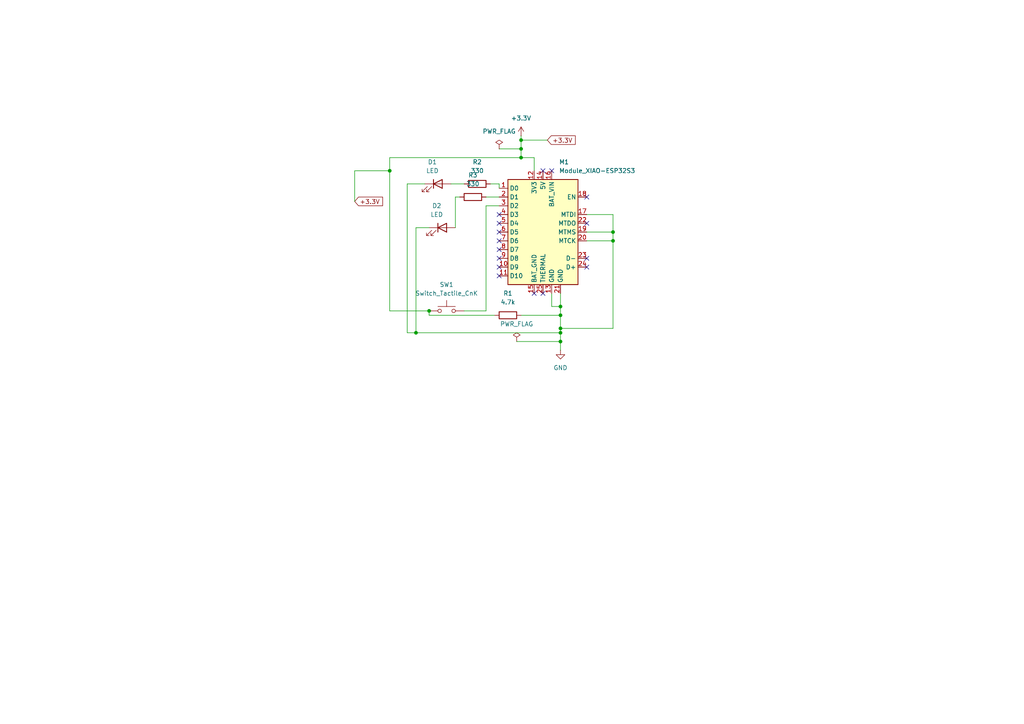
<source format=kicad_sch>
(kicad_sch (version 20250114) (generator "eeschema") (generator_version "9.0")
  (paper "A4")
  (lib_symbols
    (symbol "Device:LED" (pin_numbers (hide yes)) (pin_names (offset 1.016) (hide yes))
      (property "Reference" "D" (at 0 2.54 0))
      (property "Value" "LED" (at 0 -2.54 0))
      (symbol "LED_0_1"
        (polyline (pts (xy -3.048 -0.762) (xy -4.572 -2.286) (xy -3.81 -2.286) (xy -4.572 -2.286) (xy -4.572 -1.524)))
        (polyline (pts (xy -1.778 -0.762) (xy -3.302 -2.286) (xy -2.54 -2.286) (xy -3.302 -2.286) (xy -3.302 -1.524)))
        (polyline (pts (xy -1.27 0) (xy 1.27 0)))
        (polyline (pts (xy -1.27 -1.27) (xy -1.27 1.27)) (stroke (width 0.254)))
        (polyline (pts (xy 1.27 -1.27) (xy 1.27 1.27) (xy -1.27 0) (xy 1.27 -1.27)) (stroke (width 0.254)))
      )
      (symbol "LED_1_1"
        (pin passive line (at -3.81 0 0) (length 2.54) (name "K") (number "1"))
        (pin passive line (at 3.81 0 180) (length 2.54) (name "A") (number "2"))
      )
    )
    (symbol "Device:R" (pin_numbers (hide yes)) (pin_names (offset 0))
      (property "Reference" "R" (at 2.032 0 90))
      (property "Value" "R" (at 0 0 90))
      (symbol "R_0_1"
        (rectangle (start -1.016 -2.54) (end 1.016 2.54) (stroke (width 0.254)))
      )
      (symbol "R_1_1"
        (pin passive line (at 0 3.81 270) (length 1.27) (name "~") (number "1"))
        (pin passive line (at 0 -3.81 90) (length 1.27) (name "~") (number "2"))
      )
    )
    (symbol "fab:Module_XIAO-ESP32S3"
      (property "Reference" "M" (at -10.16 16.51 0))
      (property "Value" "Module_XIAO-ESP32S3" (at 3.81 16.51 0))
      (symbol "Module_XIAO-ESP32S3_1_1"
        (rectangle (start -10.16 15.24) (end 10.16 -15.24) (stroke (width 0.254)) (fill (type background)))
        (pin bidirectional line (at -12.7 12.7 0) (length 2.54) (name "D0") (number "1"))
        (pin bidirectional line (at -12.7 10.16 0) (length 2.54) (name "D1") (number "2"))
        (pin bidirectional line (at -12.7 7.62 0) (length 2.54) (name "D2") (number "3"))
        (pin bidirectional line (at -12.7 5.08 0) (length 2.54) (name "D3") (number "4"))
        (pin bidirectional line (at -12.7 2.54 0) (length 2.54) (name "D4") (number "5"))
        (pin bidirectional line (at -12.7 0 0) (length 2.54) (name "D5") (number "6"))
        (pin bidirectional line (at -12.7 -2.54 0) (length 2.54) (name "D6") (number "7"))
        (pin bidirectional line (at -12.7 -5.08 0) (length 2.54) (name "D7") (number "8"))
        (pin bidirectional line (at -12.7 -7.62 0) (length 2.54) (name "D8") (number "9"))
        (pin bidirectional line (at -12.7 -10.16 0) (length 2.54) (name "D9") (number "10"))
        (pin bidirectional line (at -12.7 -12.7 0) (length 2.54) (name "D10") (number "11"))
        (pin power_in line (at -2.54 17.78 270) (length 2.54) (name "3V3") (number "12"))
        (pin power_in line (at -2.54 -17.78 90) (length 2.54) (name "BAT_GND") (number "15"))
        (pin power_in line (at 0 17.78 270) (length 2.54) (name "5V") (number "14"))
        (pin power_in line (at 0 -17.78 90) (length 2.54) (name "THERMAL") (number "25"))
        (pin power_in line (at 2.54 17.78 270) (length 2.54) (name "BAT_VIN") (number "16"))
        (pin power_in line (at 2.54 -17.78 90) (length 2.54) (name "GND") (number "13"))
        (pin power_in line (at 5.08 -17.78 90) (length 2.54) (name "GND") (number "21"))
        (pin input line (at 12.7 10.16 180) (length 2.54) (name "EN") (number "18"))
        (pin input line (at 12.7 5.08 180) (length 2.54) (name "MTDI") (number "17"))
        (pin output line (at 12.7 2.54 180) (length 2.54) (name "MTDO") (number "22"))
        (pin input line (at 12.7 0 180) (length 2.54) (name "MTMS") (number "19"))
        (pin input line (at 12.7 -2.54 180) (length 2.54) (name "MTCK") (number "20"))
        (pin bidirectional line (at 12.7 -7.62 180) (length 2.54) (name "D-") (number "23"))
        (pin bidirectional line (at 12.7 -10.16 180) (length 2.54) (name "D+") (number "24"))
      )
    )
    (symbol "fab:PWR_FLAG" (power) (pin_numbers (hide yes)) (pin_names (offset 0) (hide yes))
      (property "Value" "PWR_FLAG" (at 0 3.81 0))
      (symbol "PWR_FLAG_0_1"
        (polyline (pts (xy 0 0) (xy 0 1.27) (xy -1.016 1.905) (xy 0 2.54) (xy 1.016 1.905) (xy 0 1.27)))
      )
      (symbol "PWR_FLAG_1_0"
        (pin power_out line (at 0 0 90) (length 0) (name "PWR_FLAG") (number "1"))
      )
    )
    (symbol "fab:Switch_Tactile_CnK" (pin_numbers (hide yes)) (pin_names (offset 1.016) (hide yes))
      (property "Reference" "SW" (at 1.27 3.81 0))
      (property "Value" "Switch_Tactile_CnK" (at 0 0 0))
      (symbol "Switch_Tactile_CnK_0_1"
        (circle (center -2.032 0) (radius 0.508))
        (polyline (pts (xy 0 1.27) (xy 0 3.048)))
        (circle (center 2.032 0) (radius 0.508))
        (polyline (pts (xy 2.54 1.27) (xy -2.54 1.27)))
        (pin passive line (at -5.08 0 0) (length 2.54) (name "1") (number "1"))
        (pin passive line (at 5.08 0 180) (length 2.54) (name "2") (number "2"))
      )
    )
    (symbol "power:+3.3V" (power) (pin_numbers (hide yes)) (pin_names (offset 0) (hide yes))
      (property "Value" "+3.3V" (at 0 3.556 0))
      (symbol "+3.3V_0_1"
        (polyline (pts (xy -0.762 1.27) (xy 0 2.54)))
        (polyline (pts (xy 0 2.54) (xy 0.762 1.27)))
        (polyline (pts (xy 0 0) (xy 0 2.54)))
      )
      (symbol "+3.3V_1_1"
        (pin power_in line (at 0 0 90) (length 0) (name "~") (number "1"))
      )
    )
    (symbol "power:GND" (power) (pin_numbers (hide yes)) (pin_names (offset 0) (hide yes))
      (property "Value" "GND" (at 0 -3.81 0))
      (symbol "GND_0_1"
        (polyline (pts (xy 0 0) (xy 0 -1.27) (xy 1.27 -1.27) (xy 0 -2.54) (xy -1.27 -1.27) (xy 0 -1.27)))
      )
      (symbol "GND_1_1"
        (pin power_in line (at 0 0 270) (length 0) (name "~") (number "1"))
      )
    )
  )
  (junction (at 151.13 45.72))
  (junction (at 162.56 99.06))
  (junction (at 162.56 91.44))
  (junction (at 120.65 96.52))
  (junction (at 151.13 40.64))
  (junction (at 162.56 95.25))
  (junction (at 162.56 96.52))
  (junction (at 124.46 90.17))
  (junction (at 113.03 49.53))
  (junction (at 177.8 67.31))
  (junction (at 151.13 43.18))
  (junction (at 177.8 69.85))
  (junction (at 162.56 88.9))
  (no_connect (at 144.78 67.31))
  (no_connect (at 144.78 74.93))
  (no_connect (at 170.18 74.93))
  (no_connect (at 144.78 77.47))
  (no_connect (at 144.78 80.01))
  (no_connect (at 170.18 64.77))
  (no_connect (at 170.18 57.15))
  (no_connect (at 157.48 49.53))
  (no_connect (at 154.94 85.09))
  (no_connect (at 144.78 62.23))
  (no_connect (at 170.18 77.47))
  (no_connect (at 157.48 85.09))
  (no_connect (at 144.78 64.77))
  (no_connect (at 144.78 69.85))
  (no_connect (at 144.78 72.39))
  (no_connect (at 160.02 49.53))
  (wire (pts (xy 160.02 85.09) (xy 160.02 88.9)))
  (wire (pts (xy 177.8 95.25) (xy 162.56 95.25)))
  (wire (pts (xy 120.65 66.04) (xy 120.65 96.52)))
  (wire (pts (xy 151.13 40.64) (xy 151.13 43.18)))
  (wire (pts (xy 170.18 69.85) (xy 177.8 69.85)))
  (wire (pts (xy 130.81 53.34) (xy 134.62 53.34)))
  (wire (pts (xy 177.8 69.85) (xy 177.8 95.25)))
  (wire (pts (xy 151.13 91.44) (xy 162.56 91.44)))
  (wire (pts (xy 170.18 62.23) (xy 177.8 62.23)))
  (wire (pts (xy 177.8 67.31) (xy 177.8 69.85)))
  (wire (pts (xy 118.11 53.34) (xy 118.11 96.52)))
  (wire (pts (xy 160.02 88.9) (xy 162.56 88.9)))
  (wire (pts (xy 140.97 57.15) (xy 144.78 57.15)))
  (wire (pts (xy 162.56 101.6) (xy 162.56 99.06)))
  (wire (pts (xy 144.78 53.34) (xy 144.78 54.61)))
  (wire (pts (xy 177.8 62.23) (xy 177.8 67.31)))
  (wire (pts (xy 113.03 49.53) (xy 113.03 90.17)))
  (wire (pts (xy 132.08 66.04) (xy 132.08 57.15)))
  (wire (pts (xy 162.56 85.09) (xy 162.56 88.9)))
  (wire (pts (xy 118.11 96.52) (xy 120.65 96.52)))
  (wire (pts (xy 158.75 40.64) (xy 151.13 40.64)))
  (wire (pts (xy 132.08 57.15) (xy 133.35 57.15)))
  (wire (pts (xy 102.87 49.53) (xy 113.03 49.53)))
  (wire (pts (xy 140.97 90.17) (xy 140.97 59.69)))
  (wire (pts (xy 113.03 45.72) (xy 113.03 49.53)))
  (wire (pts (xy 140.97 59.69) (xy 144.78 59.69)))
  (wire (pts (xy 120.65 96.52) (xy 162.56 96.52)))
  (wire (pts (xy 170.18 67.31) (xy 177.8 67.31)))
  (wire (pts (xy 124.46 91.44) (xy 143.51 91.44)))
  (wire (pts (xy 162.56 96.52) (xy 162.56 95.25)))
  (wire (pts (xy 151.13 39.37) (xy 151.13 40.64)))
  (wire (pts (xy 162.56 91.44) (xy 162.56 95.25)))
  (wire (pts (xy 162.56 99.06) (xy 149.86 99.06)))
  (wire (pts (xy 151.13 43.18) (xy 151.13 45.72)))
  (wire (pts (xy 154.94 45.72) (xy 154.94 49.53)))
  (wire (pts (xy 134.62 90.17) (xy 140.97 90.17)))
  (wire (pts (xy 162.56 99.06) (xy 162.56 96.52)))
  (wire (pts (xy 113.03 90.17) (xy 124.46 90.17)))
  (wire (pts (xy 124.46 90.17) (xy 124.46 91.44)))
  (wire (pts (xy 123.19 53.34) (xy 118.11 53.34)))
  (wire (pts (xy 124.46 66.04) (xy 120.65 66.04)))
  (wire (pts (xy 144.78 43.18) (xy 151.13 43.18)))
  (wire (pts (xy 151.13 45.72) (xy 154.94 45.72)))
  (wire (pts (xy 142.24 53.34) (xy 144.78 53.34)))
  (wire (pts (xy 162.56 88.9) (xy 162.56 91.44)))
  (wire (pts (xy 113.03 45.72) (xy 151.13 45.72)))
  (wire (pts (xy 102.87 58.42) (xy 102.87 49.53)))
  (global_label "+3.3V" (shape input) (at 102.87 58.42 0) (property "Intersheetrefs" "${INTERSHEET_REFS}" (effects (hide yes))))
  (global_label "+3.3V" (shape input) (at 158.75 40.64 0) (property "Intersheetrefs" "${INTERSHEET_REFS}" (effects (hide yes))))
  (symbol (lib_id "Device:R") (at 137.16 57.15 90) (unit 1)
    (property "Reference" "R3" (at 137.16 50.8 90))
    (property "Value" "330" (at 137.16 53.34 90))
    (property "Footprint" "fab:R_1206" (effects (hide yes)))
    (property "Description" "Resistor" (effects (hide yes)))
  )
  (symbol (lib_id "power:+3.3V") (at 151.13 39.37 0) (unit 1)
    (property "Reference" "#PWR01" (effects (hide yes)))
    (property "Value" "+3.3V" (at 151.13 34.29 0))
    (property "Description" "Power symbol creates a global label with name \"+3.3V\"" (effects (hide yes)))
  )
  (symbol (lib_id "Device:R") (at 147.32 91.44 90) (unit 1)
    (property "Reference" "R1" (at 147.32 85.09 90))
    (property "Value" "4.7k" (at 147.32 87.63 90))
    (property "Footprint" "fab:R_1206" (effects (hide yes)))
    (property "Description" "Resistor" (effects (hide yes)))
  )
  (symbol (lib_id "Device:R") (at 138.43 53.34 90) (unit 1)
    (property "Reference" "R2" (at 138.43 46.99 90))
    (property "Value" "330" (at 138.43 49.53 90))
    (property "Footprint" "fab:R_1206" (effects (hide yes)))
    (property "Description" "Resistor" (effects (hide yes)))
  )
  (symbol (lib_id "Device:LED") (at 128.27 66.04 0) (unit 1)
    (property "Reference" "D2" (at 126.6825 59.69 0))
    (property "Value" "LED" (at 126.6825 62.23 0))
    (property "Footprint" "fab:LED_1206" (effects (hide yes)))
    (property "Description" "Light emitting diode" (effects (hide yes)))
    (property "Sim.Pins" "1=K 2=A" (effects (hide yes)))
  )
  (symbol (lib_id "fab:PWR_FLAG") (at 144.78 43.18 0) (unit 1)
    (property "Reference" "#FLG01" (effects (hide yes)))
    (property "Value" "PWR_FLAG" (at 144.78 38.1 0))
    (property "Description" "Special symbol for telling ERC where power comes from" (effects (hide yes)))
  )
  (symbol (lib_id "fab:Module_XIAO-ESP32S3") (at 157.48 67.31 0) (unit 1)
    (property "Reference" "M1" (at 162.1633 46.99 0) (effects (justify left)))
    (property "Value" "Module_XIAO-ESP32S3" (at 162.1633 49.53 0) (effects (justify left)))
    (property "Footprint" "fab:SeeedStudio_XIAO_ESP32S3" (effects (hide yes)))
    (property "Datasheet" "https://wiki.seeedstudio.com/xiao_esp32s3_getting_started/" (effects (hide yes)))
    (property "Description" "ESP32-C3 Transceiver; 802.11 a/b/g/n (Wi-Fi, WiFi, WLAN), Bluetooth® Smart 4.x Low Energy (BLE) 2.4GHz Evaluation Board" (effects (hide yes)))
  )
  (symbol (lib_id "power:GND") (at 162.56 101.6 0) (unit 1)
    (property "Reference" "#PWR02" (effects (hide yes)))
    (property "Value" "GND" (at 162.56 106.68 0))
    (property "Description" "Power symbol creates a global label with name \"GND\" , ground" (effects (hide yes)))
  )
  (symbol (lib_id "fab:PWR_FLAG") (at 149.86 99.06 0) (unit 1)
    (property "Reference" "#FLG02" (effects (hide yes)))
    (property "Value" "PWR_FLAG" (at 149.86 93.98 0))
    (property "Description" "Special symbol for telling ERC where power comes from" (effects (hide yes)))
  )
  (symbol (lib_id "Device:LED") (at 127 53.34 0) (unit 1)
    (property "Reference" "D1" (at 125.4125 46.99 0))
    (property "Value" "LED" (at 125.4125 49.53 0))
    (property "Footprint" "fab:LED_1206" (effects (hide yes)))
    (property "Description" "Light emitting diode" (effects (hide yes)))
    (property "Sim.Pins" "1=K 2=A" (effects (hide yes)))
  )
  (symbol (lib_id "fab:Switch_Tactile_CnK") (at 129.54 90.17 0) (unit 1)
    (property "Reference" "SW1" (at 129.54 82.55 0))
    (property "Value" "Switch_Tactile_CnK" (at 129.54 85.09 0))
    (property "Footprint" "fab:Button_CnK_PTS636.0_6x3.5mm" (effects (hide yes)))
    (property "Datasheet" "https://www.ckswitches.com/media/2779/pts636.pdf" (effects (hide yes)))
    (property "Description" "Push button switch, C&K PTS636 SM25F SMTR LFS, Tactile Switch SPST-NO Top Actuated Surface Mount" (effects (hide yes)))
  )
)
</source>
